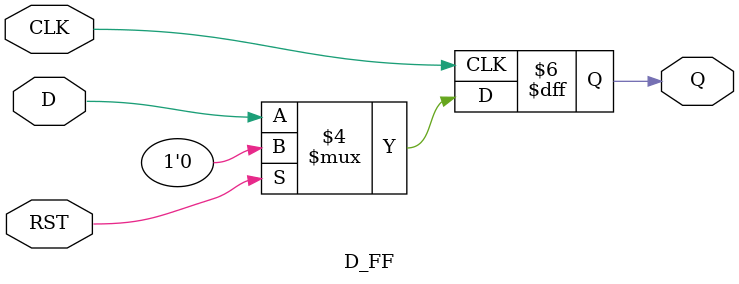
<source format=v>
`timescale 1ns / 1ps

// Module Name: D_FF

//////////////////////////////////////////////////////////////////////////////////


module D_FF(
    input D,
    input CLK,
    input RST,
    output reg Q
    );
    
always@(posedge CLK) 
    begin
    if(RST == 1)
        Q <= 0;
    else 
        Q <= D;  
    end 
endmodule

</source>
